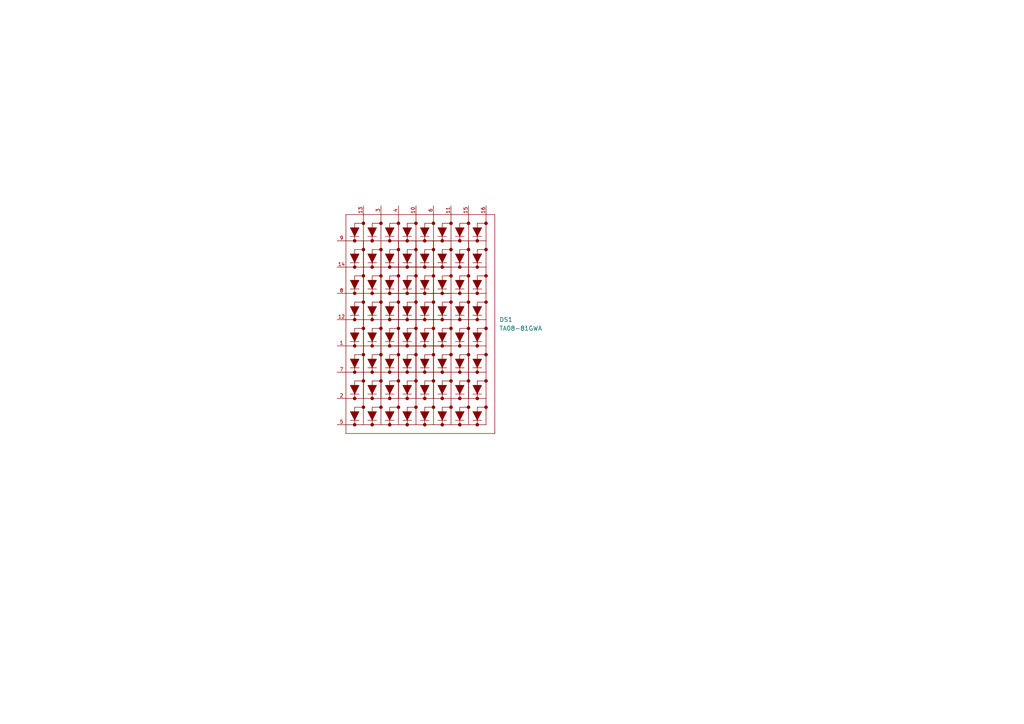
<source format=kicad_sch>
(kicad_sch (version 20250114) (generator "eeschema") (generator_version "9.0")
  (paper "A4")
  (lib_symbols
    (symbol "TA08-81GWA:TA08-81GWA" (pin_names (offset 1.016))
      (property "Reference" "DS" (at -20.32 38.1 0))
      (property "Value" "TA08-81GWA" (at -20.32 -38.1 0))
      (symbol "TA08-81GWA_0_0"
        (polyline (pts (xy -20.32 30.48) (xy -20.32 22.86)) (stroke (width 0.1524)))
        (polyline (pts (xy -20.32 22.86) (xy -20.32 -33.02)) (stroke (width 0.1524)))
        (polyline (pts (xy -20.32 22.86) (xy -17.78 22.86)) (stroke (width 0.1524)))
        (polyline (pts (xy -20.32 15.24) (xy -17.78 15.24)) (stroke (width 0.1524)))
        (polyline (pts (xy -20.32 7.62) (xy -17.78 7.62)) (stroke (width 0.1524)))
        (polyline (pts (xy -20.32 0) (xy -17.78 0)) (stroke (width 0.1524)))
        (polyline (pts (xy -20.32 -7.62) (xy -17.78 -7.62)) (stroke (width 0.1524)))
        (polyline (pts (xy -20.32 -15.24) (xy -17.78 -15.24)) (stroke (width 0.1524)))
        (polyline (pts (xy -20.32 -22.86) (xy -17.78 -22.86)) (stroke (width 0.1524)))
        (polyline (pts (xy -20.32 -30.48) (xy -17.78 -30.48)) (stroke (width 0.1524)))
        (polyline (pts (xy -20.32 -33.02) (xy 22.86 -33.02)) (stroke (width 0.1524)))
        (polyline (pts (xy -19.05 26.67) (xy -17.78 24.13) (xy -16.51 26.67) (xy -19.05 26.67)) (stroke (width 0.1524)) (fill (type outline)))
        (polyline (pts (xy -19.05 24.13) (xy -16.51 24.13)) (stroke (width 0.1524)))
        (polyline (pts (xy -19.05 19.05) (xy -17.78 16.51) (xy -16.51 19.05) (xy -19.05 19.05)) (stroke (width 0.1524)) (fill (type outline)))
        (polyline (pts (xy -19.05 16.51) (xy -16.51 16.51)) (stroke (width 0.1524)))
        (polyline (pts (xy -19.05 11.43) (xy -17.78 8.89) (xy -16.51 11.43) (xy -19.05 11.43)) (stroke (width 0.1524)) (fill (type outline)))
        (polyline (pts (xy -19.05 8.89) (xy -16.51 8.89)) (stroke (width 0.1524)))
        (polyline (pts (xy -19.05 3.81) (xy -17.78 1.27) (xy -16.51 3.81) (xy -19.05 3.81)) (stroke (width 0.1524)) (fill (type outline)))
        (polyline (pts (xy -19.05 1.27) (xy -16.51 1.27)) (stroke (width 0.1524)))
        (polyline (pts (xy -19.05 -3.81) (xy -17.78 -6.35) (xy -16.51 -3.81) (xy -19.05 -3.81)) (stroke (width 0.1524)) (fill (type outline)))
        (polyline (pts (xy -19.05 -6.35) (xy -16.51 -6.35)) (stroke (width 0.1524)))
        (polyline (pts (xy -19.05 -11.43) (xy -17.78 -13.97) (xy -16.51 -11.43) (xy -19.05 -11.43)) (stroke (width 0.1524)) (fill (type outline)))
        (polyline (pts (xy -19.05 -13.97) (xy -16.51 -13.97)) (stroke (width 0.1524)))
        (polyline (pts (xy -19.05 -19.05) (xy -17.78 -21.59) (xy -16.51 -19.05) (xy -19.05 -19.05)) (stroke (width 0.1524)) (fill (type outline)))
        (polyline (pts (xy -19.05 -21.59) (xy -16.51 -21.59)) (stroke (width 0.1524)))
        (polyline (pts (xy -19.05 -26.67) (xy -17.78 -29.21) (xy -16.51 -26.67) (xy -19.05 -26.67)) (stroke (width 0.1524)) (fill (type outline)))
        (polyline (pts (xy -19.05 -29.21) (xy -16.51 -29.21)) (stroke (width 0.1524)))
        (circle (center -17.78 22.86) (radius 0.254) (stroke (width 0.508)))
        (polyline (pts (xy -17.78 22.86) (xy -17.78 27.94)) (stroke (width 0.1524)))
        (polyline (pts (xy -17.78 22.86) (xy 7.62 22.86)) (stroke (width 0.1524)))
        (circle (center -17.78 15.24) (radius 0.254) (stroke (width 0.508)))
        (polyline (pts (xy -17.78 15.24) (xy -17.78 20.32)) (stroke (width 0.1524)))
        (polyline (pts (xy -17.78 15.24) (xy 7.62 15.24)) (stroke (width 0.1524)))
        (circle (center -17.78 7.62) (radius 0.254) (stroke (width 0.508)))
        (polyline (pts (xy -17.78 7.62) (xy -17.78 12.7)) (stroke (width 0.1524)))
        (polyline (pts (xy -17.78 7.62) (xy 7.62 7.62)) (stroke (width 0.1524)))
        (circle (center -17.78 0) (radius 0.254) (stroke (width 0.508)))
        (polyline (pts (xy -17.78 0) (xy -17.78 5.08)) (stroke (width 0.1524)))
        (polyline (pts (xy -17.78 0) (xy 7.62 0)) (stroke (width 0.1524)))
        (circle (center -17.78 -7.62) (radius 0.254) (stroke (width 0.508)))
        (polyline (pts (xy -17.78 -7.62) (xy -17.78 -2.54)) (stroke (width 0.1524)))
        (polyline (pts (xy -17.78 -7.62) (xy 7.62 -7.62)) (stroke (width 0.1524)))
        (circle (center -17.78 -15.24) (radius 0.254) (stroke (width 0.508)))
        (polyline (pts (xy -17.78 -15.24) (xy -17.78 -10.16)) (stroke (width 0.1524)))
        (polyline (pts (xy -17.78 -15.24) (xy 7.62 -15.24)) (stroke (width 0.1524)))
        (circle (center -17.78 -22.86) (radius 0.254) (stroke (width 0.508)))
        (polyline (pts (xy -17.78 -22.86) (xy -17.78 -17.78)) (stroke (width 0.1524)))
        (polyline (pts (xy -17.78 -22.86) (xy -15.24 -22.86)) (stroke (width 0.1524)))
        (circle (center -17.78 -30.48) (radius 0.254) (stroke (width 0.508)))
        (polyline (pts (xy -17.78 -30.48) (xy -17.78 -25.4)) (stroke (width 0.1524)))
        (polyline (pts (xy -17.78 -30.48) (xy -15.24 -30.48)) (stroke (width 0.1524)))
        (polyline (pts (xy -15.24 30.48) (xy -15.24 -17.78)) (stroke (width 0.1524)))
        (circle (center -15.24 27.94) (radius 0.254) (stroke (width 0.508)))
        (polyline (pts (xy -15.24 27.94) (xy -17.78 27.94)) (stroke (width 0.1524)))
        (polyline (pts (xy -15.24 22.86) (xy -15.24 -25.4)) (stroke (width 0.1524)))
        (circle (center -15.24 20.32) (radius 0.254) (stroke (width 0.508)))
        (polyline (pts (xy -15.24 20.32) (xy -17.78 20.32)) (stroke (width 0.1524)))
        (circle (center -15.24 12.7) (radius 0.254) (stroke (width 0.508)))
        (polyline (pts (xy -15.24 12.7) (xy -17.78 12.7)) (stroke (width 0.1524)))
        (circle (center -15.24 5.08) (radius 0.254) (stroke (width 0.508)))
        (polyline (pts (xy -15.24 5.08) (xy -17.78 5.08)) (stroke (width 0.1524)))
        (circle (center -15.24 -2.54) (radius 0.254) (stroke (width 0.508)))
        (polyline (pts (xy -15.24 -2.54) (xy -17.78 -2.54)) (stroke (width 0.1524)))
        (circle (center -15.24 -10.16) (radius 0.254) (stroke (width 0.508)))
        (polyline (pts (xy -15.24 -10.16) (xy -17.78 -10.16)) (stroke (width 0.1524)))
        (circle (center -15.24 -17.78) (radius 0.254) (stroke (width 0.508)))
        (polyline (pts (xy -15.24 -17.78) (xy -17.78 -17.78)) (stroke (width 0.1524)))
        (polyline (pts (xy -15.24 -17.78) (xy -15.24 -22.86)) (stroke (width 0.1524)))
        (polyline (pts (xy -15.24 -22.86) (xy -10.16 -22.86)) (stroke (width 0.1524)))
        (circle (center -15.24 -25.4) (radius 0.254) (stroke (width 0.508)))
        (polyline (pts (xy -15.24 -25.4) (xy -17.78 -25.4)) (stroke (width 0.1524)))
        (polyline (pts (xy -15.24 -25.4) (xy -15.24 -30.48)) (stroke (width 0.1524)))
        (polyline (pts (xy -15.24 -30.48) (xy -10.16 -30.48)) (stroke (width 0.1524)))
        (polyline (pts (xy -13.97 26.67) (xy -12.7 24.13) (xy -11.43 26.67) (xy -13.97 26.67)) (stroke (width 0.1524)) (fill (type outline)))
        (polyline (pts (xy -13.97 24.13) (xy -11.43 24.13)) (stroke (width 0.1524)))
        (polyline (pts (xy -13.97 19.05) (xy -12.7 16.51) (xy -11.43 19.05) (xy -13.97 19.05)) (stroke (width 0.1524)) (fill (type outline)))
        (polyline (pts (xy -13.97 16.51) (xy -11.43 16.51)) (stroke (width 0.1524)))
        (polyline (pts (xy -13.97 11.43) (xy -12.7 8.89) (xy -11.43 11.43) (xy -13.97 11.43)) (stroke (width 0.1524)) (fill (type outline)))
        (polyline (pts (xy -13.97 8.89) (xy -11.43 8.89)) (stroke (width 0.1524)))
        (polyline (pts (xy -13.97 3.81) (xy -12.7 1.27) (xy -11.43 3.81) (xy -13.97 3.81)) (stroke (width 0.1524)) (fill (type outline)))
        (polyline (pts (xy -13.97 1.27) (xy -11.43 1.27)) (stroke (width 0.1524)))
        (polyline (pts (xy -13.97 -3.81) (xy -12.7 -6.35) (xy -11.43 -3.81) (xy -13.97 -3.81)) (stroke (width 0.1524)) (fill (type outline)))
        (polyline (pts (xy -13.97 -6.35) (xy -11.43 -6.35)) (stroke (width 0.1524)))
        (polyline (pts (xy -13.97 -11.43) (xy -12.7 -13.97) (xy -11.43 -11.43) (xy -13.97 -11.43)) (stroke (width 0.1524)) (fill (type outline)))
        (polyline (pts (xy -13.97 -13.97) (xy -11.43 -13.97)) (stroke (width 0.1524)))
        (polyline (pts (xy -13.97 -19.05) (xy -12.7 -21.59) (xy -11.43 -19.05) (xy -13.97 -19.05)) (stroke (width 0.1524)) (fill (type outline)))
        (polyline (pts (xy -13.97 -21.59) (xy -11.43 -21.59)) (stroke (width 0.1524)))
        (polyline (pts (xy -13.97 -26.67) (xy -12.7 -29.21) (xy -11.43 -26.67) (xy -13.97 -26.67)) (stroke (width 0.1524)) (fill (type outline)))
        (polyline (pts (xy -13.97 -29.21) (xy -11.43 -29.21)) (stroke (width 0.1524)))
        (circle (center -12.7 22.86) (radius 0.254) (stroke (width 0.508)))
        (polyline (pts (xy -12.7 22.86) (xy -12.7 27.94)) (stroke (width 0.1524)))
        (circle (center -12.7 15.24) (radius 0.254) (stroke (width 0.508)))
        (polyline (pts (xy -12.7 15.24) (xy -12.7 20.32)) (stroke (width 0.1524)))
        (circle (center -12.7 7.62) (radius 0.254) (stroke (width 0.508)))
        (polyline (pts (xy -12.7 7.62) (xy -12.7 12.7)) (stroke (width 0.1524)))
        (circle (center -12.7 0) (radius 0.254) (stroke (width 0.508)))
        (polyline (pts (xy -12.7 0) (xy -12.7 5.08)) (stroke (width 0.1524)))
        (circle (center -12.7 -7.62) (radius 0.254) (stroke (width 0.508)))
        (polyline (pts (xy -12.7 -7.62) (xy -12.7 -2.54)) (stroke (width 0.1524)))
        (circle (center -12.7 -15.24) (radius 0.254) (stroke (width 0.508)))
        (polyline (pts (xy -12.7 -15.24) (xy -12.7 -10.16)) (stroke (width 0.1524)))
        (circle (center -12.7 -22.86) (radius 0.254) (stroke (width 0.508)))
        (polyline (pts (xy -12.7 -22.86) (xy -12.7 -17.78)) (stroke (width 0.1524)))
        (circle (center -12.7 -30.48) (radius 0.254) (stroke (width 0.508)))
        (polyline (pts (xy -12.7 -30.48) (xy -12.7 -25.4)) (stroke (width 0.1524)))
        (polyline (pts (xy -10.16 30.48) (xy -10.16 27.94)) (stroke (width 0.1524)))
        (circle (center -10.16 27.94) (radius 0.254) (stroke (width 0.508)))
        (polyline (pts (xy -10.16 27.94) (xy -12.7 27.94)) (stroke (width 0.1524)))
        (polyline (pts (xy -10.16 27.94) (xy -10.16 -17.78)) (stroke (width 0.1524)))
        (circle (center -10.16 20.32) (radius 0.254) (stroke (width 0.508)))
        (polyline (pts (xy -10.16 20.32) (xy -12.7 20.32)) (stroke (width 0.1524)))
        (polyline (pts (xy -10.16 20.32) (xy -10.16 -25.4)) (stroke (width 0.1524)))
        (circle (center -10.16 12.7) (radius 0.254) (stroke (width 0.508)))
        (polyline (pts (xy -10.16 12.7) (xy -12.7 12.7)) (stroke (width 0.1524)))
        (circle (center -10.16 5.08) (radius 0.254) (stroke (width 0.508)))
        (polyline (pts (xy -10.16 5.08) (xy -12.7 5.08)) (stroke (width 0.1524)))
        (circle (center -10.16 -2.54) (radius 0.254) (stroke (width 0.508)))
        (polyline (pts (xy -10.16 -2.54) (xy -12.7 -2.54)) (stroke (width 0.1524)))
        (circle (center -10.16 -10.16) (radius 0.254) (stroke (width 0.508)))
        (polyline (pts (xy -10.16 -10.16) (xy -12.7 -10.16)) (stroke (width 0.1524)))
        (circle (center -10.16 -17.78) (radius 0.254) (stroke (width 0.508)))
        (polyline (pts (xy -10.16 -17.78) (xy -12.7 -17.78)) (stroke (width 0.1524)))
        (polyline (pts (xy -10.16 -17.78) (xy -10.16 -22.86)) (stroke (width 0.1524)))
        (polyline (pts (xy -10.16 -22.86) (xy -5.08 -22.86)) (stroke (width 0.1524)))
        (circle (center -10.16 -25.4) (radius 0.254) (stroke (width 0.508)))
        (polyline (pts (xy -10.16 -25.4) (xy -12.7 -25.4)) (stroke (width 0.1524)))
        (polyline (pts (xy -10.16 -25.4) (xy -10.16 -30.48)) (stroke (width 0.1524)))
        (polyline (pts (xy -10.16 -30.48) (xy -5.08 -30.48)) (stroke (width 0.1524)))
        (polyline (pts (xy -8.89 26.67) (xy -7.62 24.13) (xy -6.35 26.67) (xy -8.89 26.67)) (stroke (width 0.1524)) (fill (type outline)))
        (polyline (pts (xy -8.89 24.13) (xy -6.35 24.13)) (stroke (width 0.1524)))
        (polyline (pts (xy -8.89 19.05) (xy -7.62 16.51) (xy -6.35 19.05) (xy -8.89 19.05)) (stroke (width 0.1524)) (fill (type outline)))
        (polyline (pts (xy -8.89 16.51) (xy -6.35 16.51)) (stroke (width 0.1524)))
        (polyline (pts (xy -8.89 11.43) (xy -7.62 8.89) (xy -6.35 11.43) (xy -8.89 11.43)) (stroke (width 0.1524)) (fill (type outline)))
        (polyline (pts (xy -8.89 8.89) (xy -6.35 8.89)) (stroke (width 0.1524)))
        (polyline (pts (xy -8.89 3.81) (xy -7.62 1.27) (xy -6.35 3.81) (xy -8.89 3.81)) (stroke (width 0.1524)) (fill (type outline)))
        (polyline (pts (xy -8.89 1.27) (xy -6.35 1.27)) (stroke (width 0.1524)))
        (polyline (pts (xy -8.89 -3.81) (xy -7.62 -6.35) (xy -6.35 -3.81) (xy -8.89 -3.81)) (stroke (width 0.1524)) (fill (type outline)))
        (polyline (pts (xy -8.89 -6.35) (xy -6.35 -6.35)) (stroke (width 0.1524)))
        (polyline (pts (xy -8.89 -11.43) (xy -7.62 -13.97) (xy -6.35 -11.43) (xy -8.89 -11.43)) (stroke (width 0.1524)) (fill (type outline)))
        (polyline (pts (xy -8.89 -13.97) (xy -6.35 -13.97)) (stroke (width 0.1524)))
        (polyline (pts (xy -8.89 -19.05) (xy -7.62 -21.59) (xy -6.35 -19.05) (xy -8.89 -19.05)) (stroke (width 0.1524)) (fill (type outline)))
        (polyline (pts (xy -8.89 -21.59) (xy -6.35 -21.59)) (stroke (width 0.1524)))
        (polyline (pts (xy -8.89 -26.67) (xy -7.62 -29.21) (xy -6.35 -26.67) (xy -8.89 -26.67)) (stroke (width 0.1524)) (fill (type outline)))
        (polyline (pts (xy -8.89 -29.21) (xy -6.35 -29.21)) (stroke (width 0.1524)))
        (circle (center -7.62 22.86) (radius 0.254) (stroke (width 0.508)))
        (polyline (pts (xy -7.62 22.86) (xy -7.62 27.94)) (stroke (width 0.1524)))
        (polyline (pts (xy -7.62 22.86) (xy 17.78 22.86)) (stroke (width 0.1524)))
        (circle (center -7.62 15.24) (radius 0.254) (stroke (width 0.508)))
        (polyline (pts (xy -7.62 15.24) (xy -7.62 20.32)) (stroke (width 0.1524)))
        (polyline (pts (xy -7.62 15.24) (xy 17.78 15.24)) (stroke (width 0.1524)))
        (circle (center -7.62 7.62) (radius 0.254) (stroke (width 0.508)))
        (polyline (pts (xy -7.62 7.62) (xy -7.62 12.7)) (stroke (width 0.1524)))
        (polyline (pts (xy -7.62 7.62) (xy 17.78 7.62)) (stroke (width 0.1524)))
        (circle (center -7.62 0) (radius 0.254) (stroke (width 0.508)))
        (polyline (pts (xy -7.62 0) (xy -7.62 5.08)) (stroke (width 0.1524)))
        (polyline (pts (xy -7.62 0) (xy 17.78 0)) (stroke (width 0.1524)))
        (circle (center -7.62 -7.62) (radius 0.254) (stroke (width 0.508)))
        (polyline (pts (xy -7.62 -7.62) (xy -7.62 -2.54)) (stroke (width 0.1524)))
        (polyline (pts (xy -7.62 -7.62) (xy 17.78 -7.62)) (stroke (width 0.1524)))
        (circle (center -7.62 -15.24) (radius 0.254) (stroke (width 0.508)))
        (polyline (pts (xy -7.62 -15.24) (xy -7.62 -10.16)) (stroke (width 0.1524)))
        (polyline (pts (xy -7.62 -15.24) (xy 17.78 -15.24)) (stroke (width 0.1524)))
        (circle (center -7.62 -22.86) (radius 0.254) (stroke (width 0.508)))
        (polyline (pts (xy -7.62 -22.86) (xy -7.62 -17.78)) (stroke (width 0.1524)))
        (circle (center -7.62 -30.48) (radius 0.254) (stroke (width 0.508)))
        (polyline (pts (xy -7.62 -30.48) (xy -7.62 -25.4)) (stroke (width 0.1524)))
        (polyline (pts (xy -5.08 30.48) (xy -5.08 -17.78)) (stroke (width 0.1524)))
        (circle (center -5.08 27.94) (radius 0.254) (stroke (width 0.508)))
        (polyline (pts (xy -5.08 27.94) (xy -7.62 27.94)) (stroke (width 0.1524)))
        (polyline (pts (xy -5.08 22.86) (xy -5.08 -25.4)) (stroke (width 0.1524)))
        (circle (center -5.08 20.32) (radius 0.254) (stroke (width 0.508)))
        (polyline (pts (xy -5.08 20.32) (xy -7.62 20.32)) (stroke (width 0.1524)))
        (circle (center -5.08 12.7) (radius 0.254) (stroke (width 0.508)))
        (polyline (pts (xy -5.08 12.7) (xy -7.62 12.7)) (stroke (width 0.1524)))
        (circle (center -5.08 5.08) (radius 0.254) (stroke (width 0.508)))
        (polyline (pts (xy -5.08 5.08) (xy -7.62 5.08)) (stroke (width 0.1524)))
        (circle (center -5.08 -2.54) (radius 0.254) (stroke (width 0.508)))
        (polyline (pts (xy -5.08 -2.54) (xy -7.62 -2.54)) (stroke (width 0.1524)))
        (circle (center -5.08 -10.16) (radius 0.254) (stroke (width 0.508)))
        (polyline (pts (xy -5.08 -10.16) (xy -7.62 -10.16)) (stroke (width 0.1524)))
        (circle (center -5.08 -17.78) (radius 0.254) (stroke (width 0.508)))
        (polyline (pts (xy -5.08 -17.78) (xy -7.62 -17.78)) (stroke (width 0.1524)))
        (polyline (pts (xy -5.08 -17.78) (xy -5.08 -22.86)) (stroke (width 0.1524)))
        (polyline (pts (xy -5.08 -22.86) (xy 0 -22.86)) (stroke (width 0.1524)))
        (circle (center -5.08 -25.4) (radius 0.254) (stroke (width 0.508)))
        (polyline (pts (xy -5.08 -25.4) (xy -7.62 -25.4)) (stroke (width 0.1524)))
        (polyline (pts (xy -5.08 -25.4) (xy -5.08 -30.48)) (stroke (width 0.1524)))
        (polyline (pts (xy -5.08 -30.48) (xy 0 -30.48)) (stroke (width 0.1524)))
        (polyline (pts (xy -3.81 26.67) (xy -2.54 24.13) (xy -1.27 26.67) (xy -3.81 26.67)) (stroke (width 0.1524)) (fill (type outline)))
        (polyline (pts (xy -3.81 24.13) (xy -1.27 24.13)) (stroke (width 0.1524)))
        (polyline (pts (xy -3.81 19.05) (xy -2.54 16.51) (xy -1.27 19.05) (xy -3.81 19.05)) (stroke (width 0.1524)) (fill (type outline)))
        (polyline (pts (xy -3.81 16.51) (xy -1.27 16.51)) (stroke (width 0.1524)))
        (polyline (pts (xy -3.81 11.43) (xy -2.54 8.89) (xy -1.27 11.43) (xy -3.81 11.43)) (stroke (width 0.1524)) (fill (type outline)))
        (polyline (pts (xy -3.81 8.89) (xy -1.27 8.89)) (stroke (width 0.1524)))
        (polyline (pts (xy -3.81 3.81) (xy -2.54 1.27) (xy -1.27 3.81) (xy -3.81 3.81)) (stroke (width 0.1524)) (fill (type outline)))
        (polyline (pts (xy -3.81 1.27) (xy -1.27 1.27)) (stroke (width 0.1524)))
        (polyline (pts (xy -3.81 -3.81) (xy -2.54 -6.35) (xy -1.27 -3.81) (xy -3.81 -3.81)) (stroke (width 0.1524)) (fill (type outline)))
        (polyline (pts (xy -3.81 -6.35) (xy -1.27 -6.35)) (stroke (width 0.1524)))
        (polyline (pts (xy -3.81 -11.43) (xy -2.54 -13.97) (xy -1.27 -11.43) (xy -3.81 -11.43)) (stroke (width 0.1524)) (fill (type outline)))
        (polyline (pts (xy -3.81 -13.97) (xy -1.27 -13.97)) (stroke (width 0.1524)))
        (polyline (pts (xy -3.81 -19.05) (xy -2.54 -21.59) (xy -1.27 -19.05) (xy -3.81 -19.05)) (stroke (width 0.1524)) (fill (type outline)))
        (polyline (pts (xy -3.81 -21.59) (xy -1.27 -21.59)) (stroke (width 0.1524)))
        (polyline (pts (xy -3.81 -26.67) (xy -2.54 -29.21) (xy -1.27 -26.67) (xy -3.81 -26.67)) (stroke (width 0.1524)) (fill (type outline)))
        (polyline (pts (xy -3.81 -29.21) (xy -1.27 -29.21)) (stroke (width 0.1524)))
        (circle (center -2.54 22.86) (radius 0.254) (stroke (width 0.508)))
        (polyline (pts (xy -2.54 22.86) (xy -2.54 27.94)) (stroke (width 0.1524)))
        (circle (center -2.54 15.24) (radius 0.254) (stroke (width 0.508)))
        (polyline (pts (xy -2.54 15.24) (xy -2.54 20.32)) (stroke (width 0.1524)))
        (circle (center -2.54 7.62) (radius 0.254) (stroke (width 0.508)))
        (polyline (pts (xy -2.54 7.62) (xy -2.54 12.7)) (stroke (width 0.1524)))
        (circle (center -2.54 0) (radius 0.254) (stroke (width 0.508)))
        (polyline (pts (xy -2.54 0) (xy -2.54 5.08)) (stroke (width 0.1524)))
        (circle (center -2.54 -7.62) (radius 0.254) (stroke (width 0.508)))
        (polyline (pts (xy -2.54 -7.62) (xy -2.54 -2.54)) (stroke (width 0.1524)))
        (circle (center -2.54 -15.24) (radius 0.254) (stroke (width 0.508)))
        (polyline (pts (xy -2.54 -15.24) (xy -2.54 -10.16)) (stroke (width 0.1524)))
        (circle (center -2.54 -22.86) (radius 0.254) (stroke (width 0.508)))
        (polyline (pts (xy -2.54 -22.86) (xy -2.54 -17.78)) (stroke (width 0.1524)))
        (circle (center -2.54 -30.48) (radius 0.254) (stroke (width 0.508)))
        (polyline (pts (xy -2.54 -30.48) (xy -2.54 -25.4)) (stroke (width 0.1524)))
        (polyline (pts (xy 0 30.48) (xy 0 -17.78)) (stroke (width 0.1524)))
        (circle (center 0 27.94) (radius 0.254) (stroke (width 0.508)))
        (polyline (pts (xy 0 27.94) (xy -2.54 27.94)) (stroke (width 0.1524)))
        (polyline (pts (xy 0 22.86) (xy 0 -25.4)) (stroke (width 0.1524)))
        (circle (center 0 20.32) (radius 0.254) (stroke (width 0.508)))
        (polyline (pts (xy 0 20.32) (xy -2.54 20.32)) (stroke (width 0.1524)))
        (circle (center 0 12.7) (radius 0.254) (stroke (width 0.508)))
        (polyline (pts (xy 0 12.7) (xy -2.54 12.7)) (stroke (width 0.1524)))
        (circle (center 0 5.08) (radius 0.254) (stroke (width 0.508)))
        (polyline (pts (xy 0 5.08) (xy -2.54 5.08)) (stroke (width 0.1524)))
        (polyline (pts (xy 0 -2.54) (xy -2.54 -2.54)) (stroke (width 0.1524)))
        (circle (center 0 -2.54) (radius 0.254) (stroke (width 0.508)))
        (polyline (pts (xy 0 -10.16) (xy -2.54 -10.16)) (stroke (width 0.1524)))
        (circle (center 0 -10.16) (radius 0.254) (stroke (width 0.508)))
        (polyline (pts (xy 0 -17.78) (xy -2.54 -17.78)) (stroke (width 0.1524)))
        (polyline (pts (xy 0 -17.78) (xy 0 -22.86)) (stroke (width 0.1524)))
        (circle (center 0 -17.78) (radius 0.254) (stroke (width 0.508)))
        (polyline (pts (xy 0 -22.86) (xy 5.08 -22.86)) (stroke (width 0.1524)))
        (polyline (pts (xy 0 -25.4) (xy -2.54 -25.4)) (stroke (width 0.1524)))
        (polyline (pts (xy 0 -25.4) (xy 0 -30.48)) (stroke (width 0.1524)))
        (circle (center 0 -25.4) (radius 0.254) (stroke (width 0.508)))
        (polyline (pts (xy 0 -30.48) (xy 5.08 -30.48)) (stroke (width 0.1524)))
        (polyline (pts (xy 1.27 26.67) (xy 2.54 24.13) (xy 3.81 26.67) (xy 1.27 26.67)) (stroke (width 0.1524)) (fill (type outline)))
        (polyline (pts (xy 1.27 24.13) (xy 3.81 24.13)) (stroke (width 0.1524)))
        (polyline (pts (xy 1.27 19.05) (xy 2.54 16.51) (xy 3.81 19.05) (xy 1.27 19.05)) (stroke (width 0.1524)) (fill (type outline)))
        (polyline (pts (xy 1.27 16.51) (xy 3.81 16.51)) (stroke (width 0.1524)))
        (polyline (pts (xy 1.27 11.43) (xy 2.54 8.89) (xy 3.81 11.43) (xy 1.27 11.43)) (stroke (width 0.1524)) (fill (type outline)))
        (polyline (pts (xy 1.27 8.89) (xy 3.81 8.89)) (stroke (width 0.1524)))
        (polyline (pts (xy 1.27 3.81) (xy 2.54 1.27) (xy 3.81 3.81) (xy 1.27 3.81)) (stroke (width 0.1524)) (fill (type outline)))
        (polyline (pts (xy 1.27 1.27) (xy 3.81 1.27)) (stroke (width 0.1524)))
        (polyline (pts (xy 1.27 -3.81) (xy 2.54 -6.35) (xy 3.81 -3.81) (xy 1.27 -3.81)) (stroke (width 0.1524)) (fill (type outline)))
        (polyline (pts (xy 1.27 -6.35) (xy 3.81 -6.35)) (stroke (width 0.1524)))
        (polyline (pts (xy 1.27 -11.43) (xy 2.54 -13.97) (xy 3.81 -11.43) (xy 1.27 -11.43)) (stroke (width 0.1524)) (fill (type outline)))
        (polyline (pts (xy 1.27 -13.97) (xy 3.81 -13.97)) (stroke (width 0.1524)))
        (polyline (pts (xy 1.27 -19.05) (xy 2.54 -21.59) (xy 3.81 -19.05) (xy 1.27 -19.05)) (stroke (width 0.1524)) (fill (type outline)))
        (polyline (pts (xy 1.27 -21.59) (xy 3.81 -21.59)) (stroke (width 0.1524)))
        (polyline (pts (xy 1.27 -26.67) (xy 2.54 -29.21) (xy 3.81 -26.67) (xy 1.27 -26.67)) (stroke (width 0.1524)) (fill (type outline)))
        (polyline (pts (xy 1.27 -29.21) (xy 3.81 -29.21)) (stroke (width 0.1524)))
        (polyline (pts (xy 2.54 22.86) (xy 2.54 27.94)) (stroke (width 0.1524)))
        (circle (center 2.54 22.86) (radius 0.254) (stroke (width 0.508)))
        (polyline (pts (xy 2.54 15.24) (xy 2.54 20.32)) (stroke (width 0.1524)))
        (circle (center 2.54 15.24) (radius 0.254) (stroke (width 0.508)))
        (polyline (pts (xy 2.54 7.62) (xy 2.54 12.7)) (stroke (width 0.1524)))
        (circle (center 2.54 7.62) (radius 0.254) (stroke (width 0.508)))
        (polyline (pts (xy 2.54 0) (xy 2.54 5.08)) (stroke (width 0.1524)))
        (circle (center 2.54 0) (radius 0.254) (stroke (width 0.508)))
        (polyline (pts (xy 2.54 -7.62) (xy 2.54 -2.54)) (stroke (width 0.1524)))
        (circle (center 2.54 -7.62) (radius 0.254) (stroke (width 0.508)))
        (polyline (pts (xy 2.54 -15.24) (xy 2.54 -10.16)) (stroke (width 0.1524)))
        (circle (center 2.54 -15.24) (radius 0.254) (stroke (width 0.508)))
        (polyline (pts (xy 2.54 -22.86) (xy 2.54 -17.78)) (stroke (width 0.1524)))
        (circle (center 2.54 -22.86) (radius 0.254) (stroke (width 0.508)))
        (polyline (pts (xy 2.54 -30.48) (xy 2.54 -25.4)) (stroke (width 0.1524)))
        (circle (center 2.54 -30.48) (radius 0.254) (stroke (width 0.508)))
        (polyline (pts (xy 5.08 30.48) (xy 5.08 -17.78)) (stroke (width 0.1524)))
        (polyline (pts (xy 5.08 27.94) (xy 2.54 27.94)) (stroke (width 0.1524)))
        (circle (center 5.08 27.94) (radius 0.254) (stroke (width 0.508)))
        (polyline (pts (xy 5.08 22.86) (xy 5.08 -25.4)) (stroke (width 0.1524)))
        (polyline (pts (xy 5.08 20.32) (xy 2.54 20.32)) (stroke (width 0.1524)))
        (circle (center 5.08 20.32) (radius 0.254) (stroke (width 0.508)))
        (polyline (pts (xy 5.08 12.7) (xy 2.54 12.7)) (stroke (width 0.1524)))
        (circle (center 5.08 12.7) (radius 0.254) (stroke (width 0.508)))
        (polyline (pts (xy 5.08 5.08) (xy 2.54 5.08)) (stroke (width 0.1524)))
        (circle (center 5.08 5.08) (radius 0.254) (stroke (width 0.508)))
        (polyline (pts (xy 5.08 -2.54) (xy 2.54 -2.54)) (stroke (width 0.1524)))
        (circle (center 5.08 -2.54) (radius 0.254) (stroke (width 0.508)))
        (polyline (pts (xy 5.08 -10.16) (xy 2.54 -10.16)) (stroke (width 0.1524)))
        (circle (center 5.08 -10.16) (radius 0.254) (stroke (width 0.508)))
        (polyline (pts (xy 5.08 -17.78) (xy 2.54 -17.78)) (stroke (width 0.1524)))
        (polyline (pts (xy 5.08 -17.78) (xy 5.08 -22.86)) (stroke (width 0.1524)))
        (circle (center 5.08 -17.78) (radius 0.254) (stroke (width 0.508)))
        (polyline (pts (xy 5.08 -22.86) (xy 7.62 -22.86)) (stroke (width 0.1524)))
        (polyline (pts (xy 5.08 -25.4) (xy 2.54 -25.4)) (stroke (width 0.1524)))
        (polyline (pts (xy 5.08 -25.4) (xy 5.08 -30.48)) (stroke (width 0.1524)))
        (circle (center 5.08 -25.4) (radius 0.254) (stroke (width 0.508)))
        (polyline (pts (xy 5.08 -30.48) (xy 7.62 -30.48)) (stroke (width 0.1524)))
        (polyline (pts (xy 6.35 26.67) (xy 7.62 24.13) (xy 8.89 26.67) (xy 6.35 26.67)) (stroke (width 0.1524)) (fill (type outline)))
        (polyline (pts (xy 6.35 24.13) (xy 8.89 24.13)) (stroke (width 0.1524)))
        (polyline (pts (xy 6.35 19.05) (xy 7.62 16.51) (xy 8.89 19.05) (xy 6.35 19.05)) (stroke (width 0.1524)) (fill (type outline)))
        (polyline (pts (xy 6.35 16.51) (xy 8.89 16.51)) (stroke (width 0.1524)))
        (polyline (pts (xy 6.35 11.43) (xy 7.62 8.89) (xy 8.89 11.43) (xy 6.35 11.43)) (stroke (width 0.1524)) (fill (type outline)))
        (polyline (pts (xy 6.35 8.89) (xy 8.89 8.89)) (stroke (width 0.1524)))
        (polyline (pts (xy 6.35 3.81) (xy 7.62 1.27) (xy 8.89 3.81) (xy 6.35 3.81)) (stroke (width 0.1524)) (fill (type outline)))
        (polyline (pts (xy 6.35 1.27) (xy 8.89 1.27)) (stroke (width 0.1524)))
        (polyline (pts (xy 6.35 -3.81) (xy 7.62 -6.35) (xy 8.89 -3.81) (xy 6.35 -3.81)) (stroke (width 0.1524)) (fill (type outline)))
        (polyline (pts (xy 6.35 -6.35) (xy 8.89 -6.35)) (stroke (width 0.1524)))
        (polyline (pts (xy 6.35 -11.43) (xy 7.62 -13.97) (xy 8.89 -11.43) (xy 6.35 -11.43)) (stroke (width 0.1524)) (fill (type outline)))
        (polyline (pts (xy 6.35 -13.97) (xy 8.89 -13.97)) (stroke (width 0.1524)))
        (polyline (pts (xy 6.35 -19.05) (xy 7.62 -21.59) (xy 8.89 -19.05) (xy 6.35 -19.05)) (stroke (width 0.1524)) (fill (type outline)))
        (polyline (pts (xy 6.35 -21.59) (xy 8.89 -21.59)) (stroke (width 0.1524)))
        (polyline (pts (xy 6.35 -26.67) (xy 7.62 -29.21) (xy 8.89 -26.67) (xy 6.35 -26.67)) (stroke (width 0.1524)) (fill (type outline)))
        (polyline (pts (xy 6.35 -29.21) (xy 8.89 -29.21)) (stroke (width 0.1524)))
        (polyline (pts (xy 7.62 22.86) (xy 7.62 27.94)) (stroke (width 0.1524)))
        (circle (center 7.62 22.86) (radius 0.254) (stroke (width 0.508)))
        (polyline (pts (xy 7.62 15.24) (xy 7.62 20.32)) (stroke (width 0.1524)))
        (circle (center 7.62 15.24) (radius 0.254) (stroke (width 0.508)))
        (polyline (pts (xy 7.62 7.62) (xy 7.62 12.7)) (stroke (width 0.1524)))
        (circle (center 7.62 7.62) (radius 0.254) (stroke (width 0.508)))
        (polyline (pts (xy 7.62 0) (xy 7.62 5.08)) (stroke (width 0.1524)))
        (polyline (pts (xy 7.62 0) (xy 10.16 0)) (stroke (width 0.1524)))
        (circle (center 7.62 0) (radius 0.254) (stroke (width 0.508)))
        (polyline (pts (xy 7.62 -7.62) (xy 7.62 -2.54)) (stroke (width 0.1524)))
        (circle (center 7.62 -7.62) (radius 0.254) (stroke (width 0.508)))
        (polyline (pts (xy 7.62 -15.24) (xy 7.62 -10.16)) (stroke (width 0.1524)))
        (circle (center 7.62 -15.24) (radius 0.254) (stroke (width 0.508)))
        (polyline (pts (xy 7.62 -22.86) (xy 7.62 -17.78)) (stroke (width 0.1524)))
        (circle (center 7.62 -22.86) (radius 0.254) (stroke (width 0.508)))
        (polyline (pts (xy 7.62 -30.48) (xy 7.62 -25.4)) (stroke (width 0.1524)))
        (circle (center 7.62 -30.48) (radius 0.254) (stroke (width 0.508)))
        (polyline (pts (xy 10.16 30.48) (xy 10.16 22.86)) (stroke (width 0.1524)))
        (polyline (pts (xy 10.16 27.94) (xy 7.62 27.94)) (stroke (width 0.1524)))
        (circle (center 10.16 27.94) (radius 0.254) (stroke (width 0.508)))
        (polyline (pts (xy 10.16 22.86) (xy 7.62 22.86)) (stroke (width 0.1524)))
        (polyline (pts (xy 10.16 22.86) (xy 10.16 15.24)) (stroke (width 0.1524)))
        (polyline (pts (xy 10.16 20.32) (xy 7.62 20.32)) (stroke (width 0.1524)))
        (circle (center 10.16 20.32) (radius 0.254) (stroke (width 0.508)))
        (polyline (pts (xy 10.16 15.24) (xy 7.62 15.24)) (stroke (width 0.1524)))
        (polyline (pts (xy 10.16 15.24) (xy 10.16 7.62)) (stroke (width 0.1524)))
        (polyline (pts (xy 10.16 12.7) (xy 7.62 12.7)) (stroke (width 0.1524)))
        (circle (center 10.16 12.7) (radius 0.254) (stroke (width 0.508)))
        (polyline (pts (xy 10.16 7.62) (xy 7.62 7.62)) (stroke (width 0.1524)))
        (polyline (pts (xy 10.16 7.62) (xy 10.16 0)) (stroke (width 0.1524)))
        (polyline (pts (xy 10.16 5.08) (xy 7.62 5.08)) (stroke (width 0.1524)))
        (circle (center 10.16 5.08) (radius 0.254) (stroke (width 0.508)))
        (polyline (pts (xy 10.16 0) (xy 10.16 -7.62)) (stroke (width 0.1524)))
        (polyline (pts (xy 10.16 -2.54) (xy 7.62 -2.54)) (stroke (width 0.1524)))
        (circle (center 10.16 -2.54) (radius 0.254) (stroke (width 0.508)))
        (polyline (pts (xy 10.16 -7.62) (xy 7.62 -7.62)) (stroke (width 0.1524)))
        (polyline (pts (xy 10.16 -7.62) (xy 10.16 -15.24)) (stroke (width 0.1524)))
        (polyline (pts (xy 10.16 -10.16) (xy 7.62 -10.16)) (stroke (width 0.1524)))
        (circle (center 10.16 -10.16) (radius 0.254) (stroke (width 0.508)))
        (polyline (pts (xy 10.16 -15.24) (xy 7.62 -15.24)) (stroke (width 0.1524)))
        (polyline (pts (xy 10.16 -15.24) (xy 10.16 -17.78)) (stroke (width 0.1524)))
        (polyline (pts (xy 10.16 -17.78) (xy 7.62 -17.78)) (stroke (width 0.1524)))
        (polyline (pts (xy 10.16 -17.78) (xy 10.16 -22.86)) (stroke (width 0.1524)))
        (circle (center 10.16 -17.78) (radius 0.254) (stroke (width 0.508)))
        (polyline (pts (xy 10.16 -22.86) (xy 7.62 -22.86)) (stroke (width 0.1524)))
        (polyline (pts (xy 10.16 -22.86) (xy 10.16 -25.4)) (stroke (width 0.1524)))
        (polyline (pts (xy 10.16 -22.86) (xy 15.24 -22.86)) (stroke (width 0.1524)))
        (polyline (pts (xy 10.16 -25.4) (xy 7.62 -25.4)) (stroke (width 0.1524)))
        (polyline (pts (xy 10.16 -25.4) (xy 10.16 -30.48)) (stroke (width 0.1524)))
        (circle (center 10.16 -25.4) (radius 0.254) (stroke (width 0.508)))
        (polyline (pts (xy 10.16 -30.48) (xy 7.62 -30.48)) (stroke (width 0.1524)))
        (polyline (pts (xy 10.16 -30.48) (xy 15.24 -30.48)) (stroke (width 0.1524)))
        (polyline (pts (xy 11.43 26.67) (xy 12.7 24.13) (xy 13.97 26.67) (xy 11.43 26.67)) (stroke (width 0.1524)) (fill (type outline)))
        (polyline (pts (xy 11.43 24.13) (xy 13.97 24.13)) (stroke (width 0.1524)))
        (polyline (pts (xy 11.43 19.05) (xy 12.7 16.51) (xy 13.97 19.05) (xy 11.43 19.05)) (stroke (width 0.1524)) (fill (type outline)))
        (polyline (pts (xy 11.43 16.51) (xy 13.97 16.51)) (stroke (width 0.1524)))
        (polyline (pts (xy 11.43 11.43) (xy 12.7 8.89) (xy 13.97 11.43) (xy 11.43 11.43)) (stroke (width 0.1524)) (fill (type outline)))
        (polyline (pts (xy 11.43 8.89) (xy 13.97 8.89)) (stroke (width 0.1524)))
        (polyline (pts (xy 11.43 3.81) (xy 12.7 1.27) (xy 13.97 3.81) (xy 11.43 3.81)) (stroke (width 0.1524)) (fill (type outline)))
        (polyline (pts (xy 11.43 1.27) (xy 13.97 1.27)) (stroke (width 0.1524)))
        (polyline (pts (xy 11.43 -3.81) (xy 12.7 -6.35) (xy 13.97 -3.81) (xy 11.43 -3.81)) (stroke (width 0.1524)) (fill (type outline)))
        (polyline (pts (xy 11.43 -6.35) (xy 13.97 -6.35)) (stroke (width 0.1524)))
        (polyline (pts (xy 11.43 -11.43) (xy 12.7 -13.97) (xy 13.97 -11.43) (xy 11.43 -11.43)) (stroke (width 0.1524)) (fill (type outline)))
        (polyline (pts (xy 11.43 -13.97) (xy 13.97 -13.97)) (stroke (width 0.1524)))
        (polyline (pts (xy 11.43 -19.05) (xy 12.7 -21.59) (xy 13.97 -19.05) (xy 11.43 -19.05)) (stroke (width 0.1524)) (fill (type outline)))
        (polyline (pts (xy 11.43 -21.59) (xy 13.97 -21.59)) (stroke (width 0.1524)))
        (polyline (pts (xy 11.43 -26.67) (xy 12.7 -29.21) (xy 13.97 -26.67) (xy 11.43 -26.67)) (stroke (width 0.1524)) (fill (type outline)))
        (polyline (pts (xy 11.43 -29.21) (xy 13.97 -29.21)) (stroke (width 0.1524)))
        (polyline (pts (xy 12.7 22.86) (xy 12.7 27.94)) (stroke (width 0.1524)))
        (circle (center 12.7 22.86) (radius 0.254) (stroke (width 0.508)))
        (polyline (pts (xy 12.7 15.24) (xy 12.7 20.32)) (stroke (width 0.1524)))
        (circle (center 12.7 15.24) (radius 0.254) (stroke (width 0.508)))
        (polyline (pts (xy 12.7 7.62) (xy 12.7 12.7)) (stroke (width 0.1524)))
        (circle (center 12.7 7.62) (radius 0.254) (stroke (width 0.508)))
        (polyline (pts (xy 12.7 0) (xy 12.7 5.08)) (stroke (width 0.1524)))
        (circle (center 12.7 0) (radius 0.254) (stroke (width 0.508)))
        (polyline (pts (xy 12.7 -7.62) (xy 12.7 -2.54)) (stroke (width 0.1524)))
        (circle (center 12.7 -7.62) (radius 0.254) (stroke (width 0.508)))
        (polyline (pts (xy 12.7 -15.24) (xy 12.7 -10.16)) (stroke (width 0.1524)))
        (circle (center 12.7 -15.24) (radius 0.254) (stroke (width 0.508)))
        (polyline (pts (xy 12.7 -22.86) (xy 12.7 -17.78)) (stroke (width 0.1524)))
        (circle (center 12.7 -22.86) (radius 0.254) (stroke (width 0.508)))
        (polyline (pts (xy 12.7 -30.48) (xy 12.7 -25.4)) (stroke (width 0.1524)))
        (circle (center 12.7 -30.48) (radius 0.254) (stroke (width 0.508)))
        (polyline (pts (xy 15.24 30.48) (xy 15.24 -17.78)) (stroke (width 0.1524)))
        (polyline (pts (xy 15.24 27.94) (xy 12.7 27.94)) (stroke (width 0.1524)))
        (circle (center 15.24 27.94) (radius 0.254) (stroke (width 0.508)))
        (polyline (pts (xy 15.24 22.86) (xy 15.24 -25.4)) (stroke (width 0.1524)))
        (polyline (pts (xy 15.24 20.32) (xy 12.7 20.32)) (stroke (width 0.1524)))
        (circle (center 15.24 20.32) (radius 0.254) (stroke (width 0.508)))
        (polyline (pts (xy 15.24 12.7) (xy 12.7 12.7)) (stroke (width 0.1524)))
        (circle (center 15.24 12.7) (radius 0.254) (stroke (width 0.508)))
        (polyline (pts (xy 15.24 5.08) (xy 12.7 5.08)) (stroke (width 0.1524)))
        (circle (center 15.24 5.08) (radius 0.254) (stroke (width 0.508)))
        (polyline (pts (xy 15.24 -2.54) (xy 12.7 -2.54)) (stroke (width 0.1524)))
        (circle (center 15.24 -2.54) (radius 0.254) (stroke (width 0.508)))
        (polyline (pts (xy 15.24 -10.16) (xy 12.7 -10.16)) (stroke (width 0.1524)))
        (circle (center 15.24 -10.16) (radius 0.254) (stroke (width 0.508)))
        (polyline (pts (xy 15.24 -17.78) (xy 12.7 -17.78)) (stroke (width 0.1524)))
        (polyline (pts (xy 15.24 -17.78) (xy 15.24 -22.86)) (stroke (width 0.1524)))
        (circle (center 15.24 -17.78) (radius 0.254) (stroke (width 0.508)))
        (polyline (pts (xy 15.24 -22.86) (xy 17.78 -22.86)) (stroke (width 0.1524)))
        (polyline (pts (xy 15.24 -25.4) (xy 12.7 -25.4)) (stroke (width 0.1524)))
        (polyline (pts (xy 15.24 -25.4) (xy 15.24 -30.48)) (stroke (width 0.1524)))
        (circle (center 15.24 -25.4) (radius 0.254) (stroke (width 0.508)))
        (polyline (pts (xy 15.24 -30.48) (xy 17.78 -30.48)) (stroke (width 0.1524)))
        (polyline (pts (xy 16.51 26.67) (xy 17.78 24.13) (xy 19.05 26.67) (xy 16.51 26.67)) (stroke (width 0.1524)) (fill (type outline)))
        (polyline (pts (xy 16.51 24.13) (xy 19.05 24.13)) (stroke (width 0.1524)))
        (polyline (pts (xy 16.51 19.05) (xy 17.78 16.51) (xy 19.05 19.05) (xy 16.51 19.05)) (stroke (width 0.1524)) (fill (type outline)))
        (polyline (pts (xy 16.51 16.51) (xy 19.05 16.51)) (stroke (width 0.1524)))
        (polyline (pts (xy 16.51 11.43) (xy 17.78 8.89) (xy 19.05 11.43) (xy 16.51 11.43)) (stroke (width 0.1524)) (fill (type outline)))
        (polyline (pts (xy 16.51 8.89) (xy 19.05 8.89)) (stroke (width 0.1524)))
        (polyline (pts (xy 16.51 3.81) (xy 17.78 1.27) (xy 19.05 3.81) (xy 16.51 3.81)) (stroke (width 0.1524)) (fill (type outline)))
        (polyline (pts (xy 16.51 1.27) (xy 19.05 1.27)) (stroke (width 0.1524)))
        (polyline (pts (xy 16.51 -3.81) (xy 17.78 -6.35) (xy 19.05 -3.81) (xy 16.51 -3.81)) (stroke (width 0.1524)) (fill (type outline)))
        (polyline (pts (xy 16.51 -6.35) (xy 19.05 -6.35)) (stroke (width 0.1524)))
        (polyline (pts (xy 16.51 -11.43) (xy 17.78 -13.97) (xy 19.05 -11.43) (xy 16.51 -11.43)) (stroke (width 0.1524)) (fill (type outline)))
        (polyline (pts (xy 16.51 -13.97) (xy 19.05 -13.97)) (stroke (width 0.1524)))
        (polyline (pts (xy 16.51 -19.05) (xy 17.78 -21.59) (xy 19.05 -19.05) (xy 16.51 -19.05)) (stroke (width 0.1524)) (fill (type outline)))
        (polyline (pts (xy 16.51 -21.59) (xy 19.05 -21.59)) (stroke (width 0.1524)))
        (polyline (pts (xy 16.51 -26.67) (xy 17.78 -29.21) (xy 19.05 -26.67) (xy 16.51 -26.67)) (stroke (width 0.1524)) (fill (type outline)))
        (polyline (pts (xy 16.51 -29.21) (xy 19.05 -29.21)) (stroke (width 0.1524)))
        (polyline (pts (xy 17.78 22.86) (xy 17.78 27.94)) (stroke (width 0.1524)))
        (circle (center 17.78 22.86) (radius 0.254) (stroke (width 0.508)))
        (polyline (pts (xy 17.78 15.24) (xy 17.78 20.32)) (stroke (width 0.1524)))
        (circle (center 17.78 15.24) (radius 0.254) (stroke (width 0.508)))
        (polyline (pts (xy 17.78 7.62) (xy 17.78 12.7)) (stroke (width 0.1524)))
        (circle (center 17.78 7.62) (radius 0.254) (stroke (width 0.508)))
        (polyline (pts (xy 17.78 0) (xy 17.78 5.08)) (stroke (width 0.1524)))
        (polyline (pts (xy 17.78 0) (xy 20.32 0)) (stroke (width 0.1524)))
        (circle (center 17.78 0) (radius 0.254) (stroke (width 0.508)))
        (polyline (pts (xy 17.78 -7.62) (xy 17.78 -2.54)) (stroke (width 0.1524)))
        (circle (center 17.78 -7.62) (radius 0.254) (stroke (width 0.508)))
        (polyline (pts (xy 17.78 -15.24) (xy 17.78 -10.16)) (stroke (width 0.1524)))
        (circle (center 17.78 -15.24) (radius 0.254) (stroke (width 0.508)))
        (polyline (pts (xy 17.78 -22.86) (xy 17.78 -17.78)) (stroke (width 0.1524)))
        (circle (center 17.78 -22.86) (radius 0.254) (stroke (width 0.508)))
        (polyline (pts (xy 17.78 -30.48) (xy 17.78 -25.4)) (stroke (width 0.1524)))
        (circle (center 17.78 -30.48) (radius 0.254) (stroke (width 0.508)))
        (polyline (pts (xy 20.32 30.48) (xy 20.32 22.86)) (stroke (width 0.1524)))
        (polyline (pts (xy 20.32 27.94) (xy 17.78 27.94)) (stroke (width 0.1524)))
        (circle (center 20.32 27.94) (radius 0.254) (stroke (width 0.508)))
        (polyline (pts (xy 20.32 22.86) (xy 17.78 22.86)) (stroke (width 0.1524)))
        (polyline (pts (xy 20.32 22.86) (xy 20.32 15.24)) (stroke (width 0.1524)))
        (polyline (pts (xy 20.32 20.32) (xy 17.78 20.32)) (stroke (width 0.1524)))
        (circle (center 20.32 20.32) (radius 0.254) (stroke (width 0.508)))
        (polyline (pts (xy 20.32 15.24) (xy 17.78 15.24)) (stroke (width 0.1524)))
        (polyline (pts (xy 20.32 15.24) (xy 20.32 7.62)) (stroke (width 0.1524)))
        (polyline (pts (xy 20.32 12.7) (xy 17.78 12.7)) (stroke (width 0.1524)))
        (circle (center 20.32 12.7) (radius 0.254) (stroke (width 0.508)))
        (polyline (pts (xy 20.32 7.62) (xy 17.78 7.62)) (stroke (width 0.1524)))
        (polyline (pts (xy 20.32 7.62) (xy 20.32 0)) (stroke (width 0.1524)))
        (polyline (pts (xy 20.32 5.08) (xy 17.78 5.08)) (stroke (width 0.1524)))
        (circle (center 20.32 5.08) (radius 0.254) (stroke (width 0.508)))
        (polyline (pts (xy 20.32 0) (xy 20.32 -7.62)) (stroke (width 0.1524)))
        (polyline (pts (xy 20.32 -2.54) (xy 17.78 -2.54)) (stroke (width 0.1524)))
        (circle (center 20.32 -2.54) (radius 0.254) (stroke (width 0.508)))
        (polyline (pts (xy 20.32 -7.62) (xy 17.78 -7.62)) (stroke (width 0.1524)))
        (polyline (pts (xy 20.32 -7.62) (xy 20.32 -15.24)) (stroke (width 0.1524)))
        (polyline (pts (xy 20.32 -10.16) (xy 17.78 -10.16)) (stroke (width 0.1524)))
        (circle (center 20.32 -10.16) (radius 0.254) (stroke (width 0.508)))
        (polyline (pts (xy 20.32 -15.24) (xy 17.78 -15.24)) (stroke (width 0.1524)))
        (polyline (pts (xy 20.32 -15.24) (xy 20.32 -17.78)) (stroke (width 0.1524)))
        (polyline (pts (xy 20.32 -17.78) (xy 17.78 -17.78)) (stroke (width 0.1524)))
        (polyline (pts (xy 20.32 -17.78) (xy 20.32 -22.86)) (stroke (width 0.1524)))
        (circle (center 20.32 -17.78) (radius 0.254) (stroke (width 0.508)))
        (polyline (pts (xy 20.32 -22.86) (xy 17.78 -22.86)) (stroke (width 0.1524)))
        (polyline (pts (xy 20.32 -22.86) (xy 20.32 -25.4)) (stroke (width 0.1524)))
        (polyline (pts (xy 20.32 -25.4) (xy 17.78 -25.4)) (stroke (width 0.1524)))
        (polyline (pts (xy 20.32 -25.4) (xy 20.32 -30.48)) (stroke (width 0.1524)))
        (circle (center 20.32 -25.4) (radius 0.254) (stroke (width 0.508)))
        (polyline (pts (xy 20.32 -30.48) (xy 17.78 -30.48)) (stroke (width 0.1524)))
        (polyline (pts (xy 22.86 30.48) (xy -20.32 30.48)) (stroke (width 0.1524)))
        (polyline (pts (xy 22.86 -33.02) (xy 22.86 30.48)) (stroke (width 0.1524)))
        (pin passive line (at -22.86 22.86 0) (length 2.54) (name "~") (number "9"))
        (pin passive line (at -22.86 15.24 0) (length 2.54) (name "~") (number "14"))
        (pin passive line (at -22.86 7.62 0) (length 2.54) (name "~") (number "8"))
        (pin passive line (at -22.86 0 0) (length 2.54) (name "~") (number "12"))
        (pin passive line (at -22.86 -7.62 0) (length 2.54) (name "~") (number "1"))
        (pin passive line (at -22.86 -15.24 0) (length 2.54) (name "~") (number "7"))
        (pin passive line (at -22.86 -22.86 0) (length 2.54) (name "~") (number "2"))
        (pin passive line (at -22.86 -30.48 0) (length 2.54) (name "~") (number "5"))
        (pin passive line (at -15.24 33.02 270) (length 2.54) (name "~") (number "13"))
        (pin passive line (at -10.16 33.02 270) (length 2.54) (name "~") (number "3"))
        (pin passive line (at -5.08 33.02 270) (length 2.54) (name "~") (number "4"))
        (pin passive line (at 0 33.02 270) (length 2.54) (name "~") (number "10"))
        (pin passive line (at 5.08 33.02 270) (length 2.54) (name "~") (number "6"))
        (pin passive line (at 10.16 33.02 270) (length 2.54) (name "~") (number "11"))
        (pin passive line (at 15.24 33.02 270) (length 2.54) (name "~") (number "15"))
        (pin passive line (at 20.32 33.02 270) (length 2.54) (name "~") (number "16"))
      )
    )
  )
  (symbol (lib_id "TA08-81GWA:TA08-81GWA") (at 120.65 92.71 0) (unit 1)
    (property "Reference" "DS1" (at 144.78 92.71 0) (effects (justify left)))
    (property "Value" "TA08-81GWA" (at 144.78 95.25 0) (effects (justify left)))
    (property "Footprint" "TA08-81GWA:DISPLAY_TA08-81GWA" (effects (hide yes)))
    (property "MF" "Kingbright" (effects (hide yes)))
    (property "MAXIMUM_PACKAGE_HEIGHT" "6.0mm" (effects (hide yes)))
    (property "Package" "Package" (effects (hide yes)))
    (property "Price" "None" (effects (hide yes)))
    (property "Check_prices" "https://www.snapeda.com/parts/TA08-81GWA/Kingbright/view-part/?ref=eda" (effects (hide yes)))
    (property "STANDARD" "Manufacturer recommendations" (effects (hide yes)))
    (property "PARTREV" "V.11A" (effects (hide yes)))
    (property "SnapEDA_Link" "https://www.snapeda.com/parts/TA08-81GWA/Kingbright/view-part/?ref=snap" (effects (hide yes)))
    (property "MP" "TA08-81GWA" (effects (hide yes)))
    (property "Description_1" "DISPLAY, DOT MATRIX, 0.8, 8X8, GREEN; Display Dots x Lines: 8 x 8; LED Colour: Gr" (effects (hide yes)))
    (property "Availability" "Not in stock" (effects (hide yes)))
    (property "MANUFACTURER" "Kingbright" (effects (hide yes)))
  )
)
</source>
